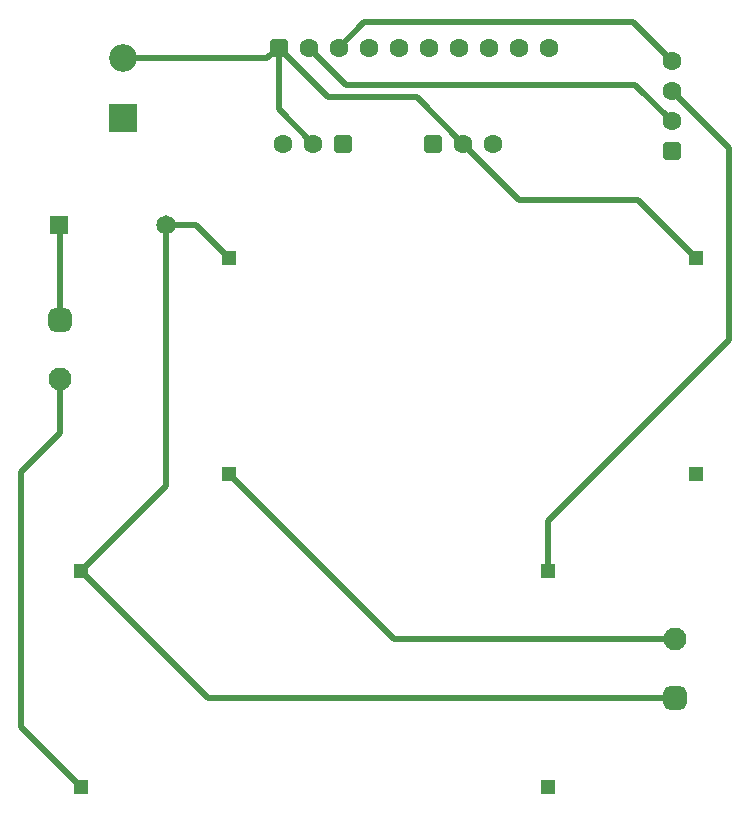
<source format=gbr>
%TF.GenerationSoftware,Altium Limited,Altium Designer,24.10.1 (45)*%
G04 Layer_Physical_Order=1*
G04 Layer_Color=255*
%FSLAX45Y45*%
%MOMM*%
%TF.SameCoordinates,0FFDF30E-0F8A-4EF6-B442-501BBF81013B*%
%TF.FilePolarity,Positive*%
%TF.FileFunction,Copper,L1,Top,Signal*%
%TF.Part,Single*%
G01*
G75*
%TA.AperFunction,Conductor*%
%ADD10C,0.50800*%
%TA.AperFunction,ComponentPad*%
%ADD11C,1.60000*%
G04:AMPARAMS|DCode=12|XSize=1.6mm|YSize=1.6mm|CornerRadius=0.4mm|HoleSize=0mm|Usage=FLASHONLY|Rotation=0.000|XOffset=0mm|YOffset=0mm|HoleType=Round|Shape=RoundedRectangle|*
%AMROUNDEDRECTD12*
21,1,1.60000,0.80000,0,0,0.0*
21,1,0.80000,1.60000,0,0,0.0*
1,1,0.80000,0.40000,-0.40000*
1,1,0.80000,-0.40000,-0.40000*
1,1,0.80000,-0.40000,0.40000*
1,1,0.80000,0.40000,0.40000*
%
%ADD12ROUNDEDRECTD12*%
%ADD13R,1.24000X1.24000*%
%ADD14R,2.35000X2.35000*%
%ADD15C,2.35000*%
%ADD16R,1.65000X1.65000*%
%ADD17C,1.65000*%
G04:AMPARAMS|DCode=18|XSize=1.95mm|YSize=1.95mm|CornerRadius=0.4875mm|HoleSize=0mm|Usage=FLASHONLY|Rotation=270.000|XOffset=0mm|YOffset=0mm|HoleType=Round|Shape=RoundedRectangle|*
%AMROUNDEDRECTD18*
21,1,1.95000,0.97500,0,0,270.0*
21,1,0.97500,1.95000,0,0,270.0*
1,1,0.97500,-0.48750,-0.48750*
1,1,0.97500,-0.48750,0.48750*
1,1,0.97500,0.48750,0.48750*
1,1,0.97500,0.48750,-0.48750*
%
%ADD18ROUNDEDRECTD18*%
%ADD19C,1.95000*%
G04:AMPARAMS|DCode=20|XSize=1.6mm|YSize=1.6mm|CornerRadius=0.4mm|HoleSize=0mm|Usage=FLASHONLY|Rotation=90.000|XOffset=0mm|YOffset=0mm|HoleType=Round|Shape=RoundedRectangle|*
%AMROUNDEDRECTD20*
21,1,1.60000,0.80000,0,0,90.0*
21,1,0.80000,1.60000,0,0,90.0*
1,1,0.80000,0.40000,0.40000*
1,1,0.80000,0.40000,-0.40000*
1,1,0.80000,-0.40000,-0.40000*
1,1,0.80000,-0.40000,0.40000*
%
%ADD20ROUNDEDRECTD20*%
D10*
X254000Y850900D02*
X762000Y342900D01*
Y2176780D02*
X1478700Y2893480D01*
Y5105400D01*
X584200Y4301299D02*
Y5099900D01*
X578700Y5105400D02*
X584200Y5099900D01*
Y3340100D02*
Y3801300D01*
X2430499Y6604000D02*
X2438400D01*
X1117600Y6515100D02*
X2341599D01*
X2430499Y6604000D01*
X2438400Y6083300D02*
Y6604000D01*
Y6083300D02*
X2730500Y5791200D01*
X2438400Y6604000D02*
X2857147Y6185253D01*
X3606447D02*
X4000500Y5791200D01*
X6248400Y4127500D02*
Y5753100D01*
X4475247Y5316453D02*
X5478547D01*
X4714240Y2593340D02*
X6248400Y4127500D01*
X5478547Y5316453D02*
X5969000Y4826000D01*
X5765800Y6235700D02*
X6248400Y5753100D01*
X2692400Y6604000D02*
X3003550Y6292850D01*
X2946400Y6604000D02*
X3162300Y6819900D01*
X2857147Y6185253D02*
X3606447D01*
X3003550Y6292850D02*
X5454650D01*
X3162300Y6819900D02*
X5435600D01*
X5765800Y6489700D01*
X5454650Y6292850D02*
X5765800Y5981700D01*
X1478700Y5105400D02*
X1737360D01*
X2016760Y4826000D01*
X254000Y850900D02*
Y3009900D01*
X584200Y3340100D01*
X762000Y2176780D02*
X1842579Y1096200D01*
X4714240Y2176780D02*
Y2593340D01*
X4000500Y5791200D02*
X4475247Y5316453D01*
X2016760Y2992120D02*
X3412680Y1596199D01*
X5791200D01*
X1842579Y1096200D02*
X5791200D01*
D11*
X4724400Y6604000D02*
D03*
X4470400D02*
D03*
X3708400D02*
D03*
X3200400D02*
D03*
X2692400D02*
D03*
X2946400D02*
D03*
X3454400D02*
D03*
X3962400D02*
D03*
X4216400D02*
D03*
X2476500Y5791200D02*
D03*
X2730500D02*
D03*
X4254500D02*
D03*
X4000500D02*
D03*
X5765800Y6489700D02*
D03*
Y6235700D02*
D03*
Y5981700D02*
D03*
D12*
X2438400Y6604000D02*
D03*
X2984500Y5791200D02*
D03*
X3746500D02*
D03*
D13*
X762000Y2176780D02*
D03*
Y342900D02*
D03*
X2016760Y4826000D02*
D03*
Y2992120D02*
D03*
X4714240Y342900D02*
D03*
Y2176780D02*
D03*
X5969000Y2992120D02*
D03*
Y4826000D02*
D03*
D14*
X1117600Y6007100D02*
D03*
D15*
Y6515100D02*
D03*
D16*
X578700Y5105400D02*
D03*
D17*
X1478700D02*
D03*
D18*
X584200Y4301299D02*
D03*
X5791200Y1096200D02*
D03*
D19*
X584200Y3801300D02*
D03*
X5791200Y1596199D02*
D03*
D20*
X5765800Y5727700D02*
D03*
%TF.MD5,da845ae7441e30307e6c454bda8d7ca0*%
M02*

</source>
